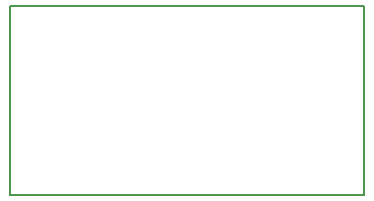
<source format=gm1>
G04*
G04 #@! TF.GenerationSoftware,Altium Limited,Altium Designer,18.1.7 (191)*
G04*
G04 Layer_Color=16711935*
%FSLAX43Y43*%
%MOMM*%
G71*
G01*
G75*
%ADD11C,0.200*%
D11*
X0Y0D02*
X30000D01*
Y16000D01*
X0D02*
X30000D01*
X0Y0D02*
Y16000D01*
M02*

</source>
